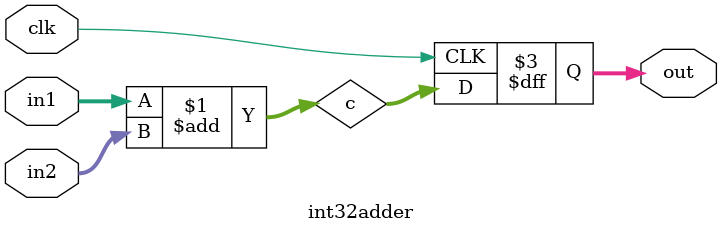
<source format=v>
`timescale 1ns / 1ps


module int32adder(
    input clk,
    input [31:0] in1,
    input [31:0] in2,
    output reg [31:0] out
    );
    
    wire [31:0]c;
        
        assign c=in1+in2;
        
        always @ (posedge clk)
            begin                                
               out <= c;    
            end         
    
endmodule

</source>
